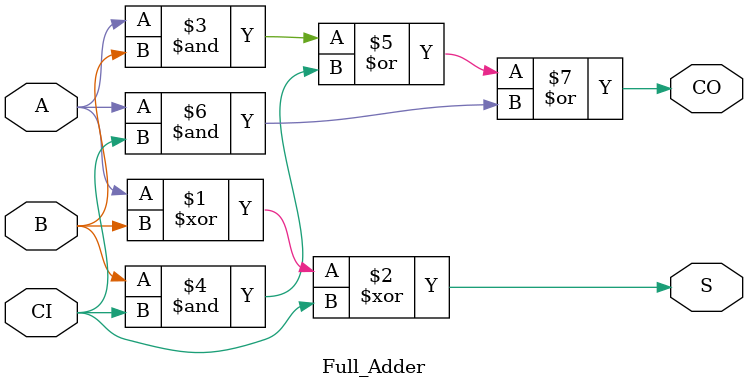
<source format=v>
module Full_Adder (
    input wire A,
    input wire B,
    input wire CI,
    output wire S,
    output wire CO
);

    // Sum is A XOR B XOR CI
    assign S = A ^ B ^ CI;

    // Carry Out is (A AND B) OR (B AND CI) OR (A AND CI)
    assign CO = (A & B) | (B & CI) | (A & CI);

endmodule


</source>
